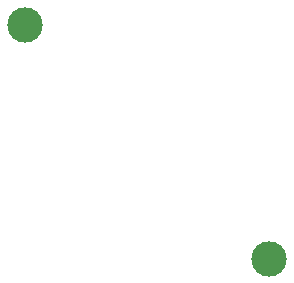
<source format=gbl>
G04*
G04 #@! TF.GenerationSoftware,Altium Limited,Altium Designer,20.1.8 (145)*
G04*
G04 Layer_Physical_Order=2*
G04 Layer_Color=16711680*
%FSLAX43Y43*%
%MOMM*%
G71*
G04*
G04 #@! TF.SameCoordinates,7DF765E9-B2F1-4755-A82F-84FFEBF29FFD*
G04*
G04*
G04 #@! TF.FilePolarity,Positive*
G04*
G01*
G75*
%ADD11C,3.000*%
D11*
X63650Y62900D02*
D03*
X84350Y43100D02*
D03*
M02*

</source>
